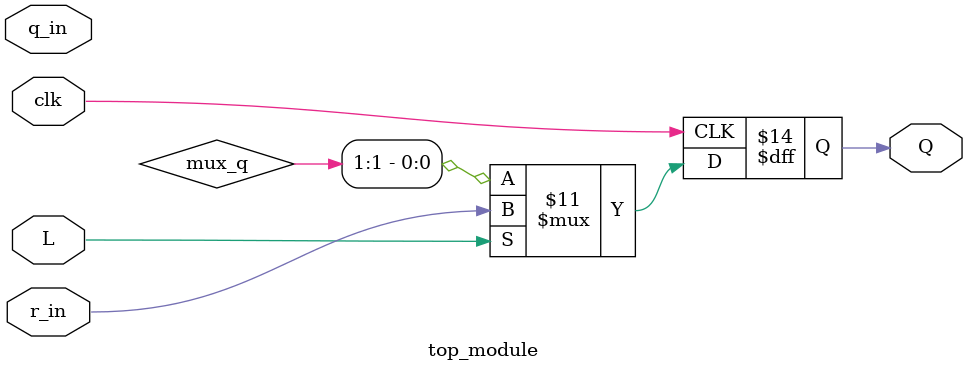
<source format=sv>
module flipflop(
    input clk,
    input L,
    input q_in,
    output reg Q);

    always @(posedge clk) begin
        if (L) begin
            Q <= q_in;
        end else begin
            Q <= q_in;
        end
    end
endmodule
module mux2to1(
    input sel,
    input D0,
    input D1,
    output reg Y);

    always @(sel, D0, D1) begin
        if (sel) begin
            Y <= D1;
        end else begin
            Y <= D0;
        end
    end
endmodule
module top_module(
    input clk,
    input L,
    input q_in,
    input r_in,
    output reg Q);

    wire [2:0] ff_q;
    wire [2:0] ff_q_next;
    reg [2:0] mux_q;

    flipflop ff1 (
        .clk(clk),
        .L(L),
        .q_in(q_in),
        .Q(ff_q[0])
    );

    flipflop ff2 (
        .clk(clk),
        .L(L),
        .q_in(ff_q[0]),
        .Q(ff_q[1])
    );

    flipflop ff3 (
        .clk(clk),
        .L(L),
        .q_in(ff_q[1]),
        .Q(ff_q[2])
    );

    mux2to1 mux (
        .sel(r_in),
        .D0(ff_q[1]),
        .D1(ff_q[2]),
        .Y(mux_q[0])
    );

    always @(posedge clk) begin
        if (L) begin
            Q <= r_in;
        end else begin
            Q <= {mux_q[0] ^ mux_q[1], mux_q[2], mux_q[1]};
        end
    end

endmodule

</source>
